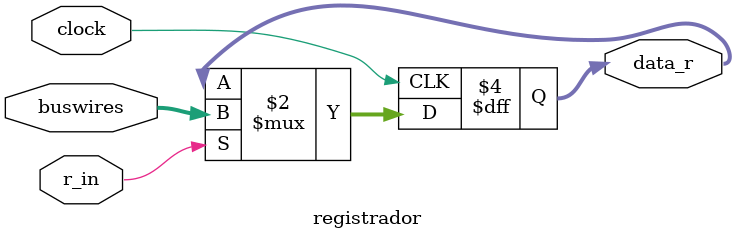
<source format=v>
module registrador(buswires, clock, r_in, data_r);

	input [15:0] buswires;
	input clock, r_in;
	output reg [15:0] data_r;
	
	always@(posedge clock) begin
		if(r_in)
			data_r <= buswires;
	end
endmodule

</source>
